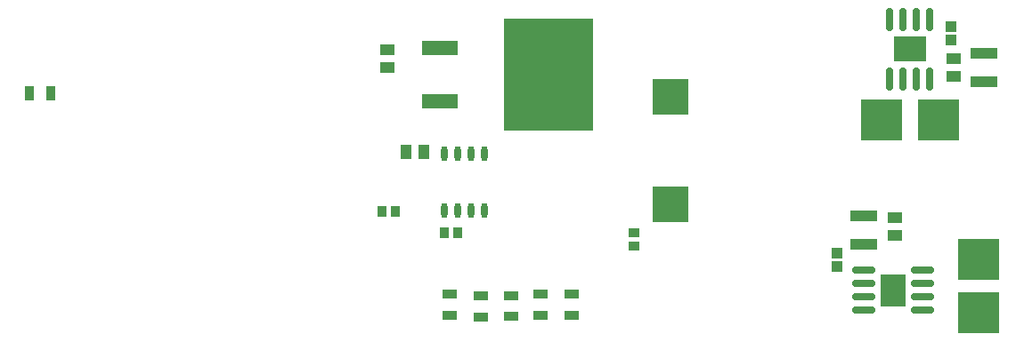
<source format=gbp>
G04*
G04 #@! TF.GenerationSoftware,Altium Limited,Altium Designer,22.5.1 (42)*
G04*
G04 Layer_Color=128*
%FSLAX44Y44*%
%MOMM*%
G71*
G04*
G04 #@! TF.SameCoordinates,6AFA5DE7-E917-4A20-8E33-DC7232792B34*
G04*
G04*
G04 #@! TF.FilePolarity,Positive*
G04*
G01*
G75*
%ADD17R,0.9000X1.0000*%
%ADD18R,1.0000X1.4000*%
%ADD33R,3.1000X2.4000*%
G04:AMPARAMS|DCode=34|XSize=2.15mm|YSize=0.6mm|CornerRadius=0.15mm|HoleSize=0mm|Usage=FLASHONLY|Rotation=270.000|XOffset=0mm|YOffset=0mm|HoleType=Round|Shape=RoundedRectangle|*
%AMROUNDEDRECTD34*
21,1,2.1500,0.3000,0,0,270.0*
21,1,1.8500,0.6000,0,0,270.0*
1,1,0.3000,-0.1500,-0.9250*
1,1,0.3000,-0.1500,0.9250*
1,1,0.3000,0.1500,0.9250*
1,1,0.3000,0.1500,-0.9250*
%
%ADD34ROUNDEDRECTD34*%
%ADD35R,4.0000X4.0000*%
%ADD36R,1.4000X1.0000*%
%ADD37R,2.6000X1.1000*%
%ADD38R,8.5000X10.6500*%
%ADD39R,3.5000X1.4500*%
%ADD40R,1.0000X1.1000*%
%ADD41R,0.9500X1.4500*%
%ADD42O,0.6000X1.4500*%
%ADD43R,1.4500X0.9500*%
%ADD44R,1.0000X0.9000*%
%ADD45R,3.5000X3.5000*%
G04:AMPARAMS|DCode=46|XSize=2.15mm|YSize=0.6mm|CornerRadius=0.15mm|HoleSize=0mm|Usage=FLASHONLY|Rotation=0.000|XOffset=0mm|YOffset=0mm|HoleType=Round|Shape=RoundedRectangle|*
%AMROUNDEDRECTD46*
21,1,2.1500,0.3000,0,0,0.0*
21,1,1.8500,0.6000,0,0,0.0*
1,1,0.3000,0.9250,-0.1500*
1,1,0.3000,-0.9250,-0.1500*
1,1,0.3000,-0.9250,0.1500*
1,1,0.3000,0.9250,0.1500*
%
%ADD46ROUNDEDRECTD46*%
%ADD47R,2.4000X3.1000*%
D17*
X830430Y693420D02*
D03*
X843430D02*
D03*
X902970Y673100D02*
D03*
X889970D02*
D03*
D18*
X853830Y750650D02*
D03*
X870830D02*
D03*
D33*
X1332757Y848360D02*
D03*
D34*
X1351607Y820110D02*
D03*
X1339007D02*
D03*
X1326257D02*
D03*
X1313507D02*
D03*
X1326207Y876610D02*
D03*
X1313507D02*
D03*
X1338907D02*
D03*
X1351607D02*
D03*
D35*
X1398270Y596900D02*
D03*
X1360170Y781050D02*
D03*
X1305560D02*
D03*
X1398270Y647700D02*
D03*
D36*
X1374220Y822168D02*
D03*
Y839167D02*
D03*
X835580Y830970D02*
D03*
Y847970D02*
D03*
X1318180Y670950D02*
D03*
Y687950D02*
D03*
D37*
X1403350Y844550D02*
D03*
Y817550D02*
D03*
X1289050Y662140D02*
D03*
Y689140D02*
D03*
D38*
X988960Y824230D02*
D03*
D39*
X885960Y849630D02*
D03*
Y798830D02*
D03*
D40*
X1371600Y869950D02*
D03*
Y856950D02*
D03*
X1263650Y641050D02*
D03*
Y654050D02*
D03*
D41*
X515460Y806450D02*
D03*
X495460D02*
D03*
D42*
X928370Y694110D02*
D03*
X902970D02*
D03*
X890270D02*
D03*
X928370Y748610D02*
D03*
X915670D02*
D03*
X902970D02*
D03*
X890270D02*
D03*
X915670Y694110D02*
D03*
D43*
X1010920Y614520D02*
D03*
Y594520D02*
D03*
X981710Y614520D02*
D03*
Y594520D02*
D03*
X953616Y613404D02*
D03*
Y593404D02*
D03*
X924560Y613250D02*
D03*
Y593250D02*
D03*
X895350Y614520D02*
D03*
Y594520D02*
D03*
D44*
X1070610Y673400D02*
D03*
Y660400D02*
D03*
D45*
X1104900Y700169D02*
D03*
Y802640D02*
D03*
D46*
X1288430Y637490D02*
D03*
Y624790D02*
D03*
Y599390D02*
D03*
Y612090D02*
D03*
X1344930Y599390D02*
D03*
Y612140D02*
D03*
Y624890D02*
D03*
Y637490D02*
D03*
D47*
X1316680Y618640D02*
D03*
M02*

</source>
